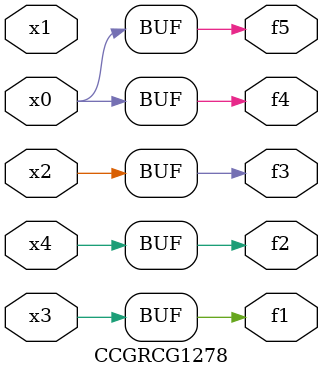
<source format=v>
module CCGRCG1278(
	input x0, x1, x2, x3, x4,
	output f1, f2, f3, f4, f5
);
	assign f1 = x3;
	assign f2 = x4;
	assign f3 = x2;
	assign f4 = x0;
	assign f5 = x0;
endmodule

</source>
